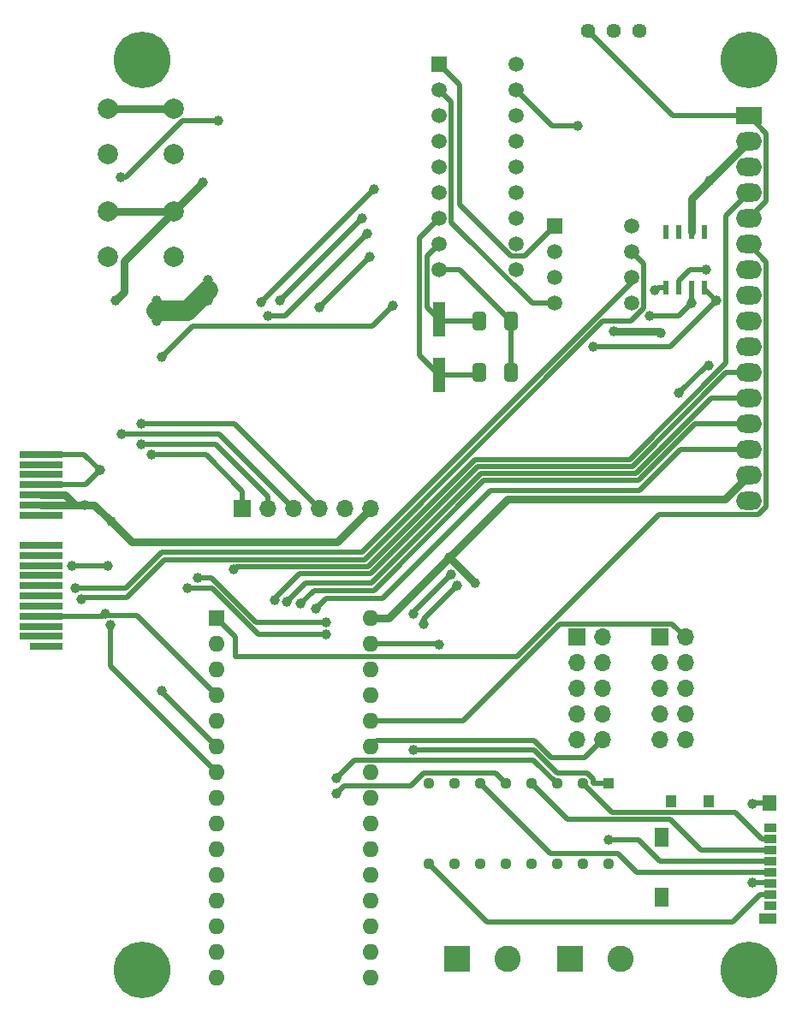
<source format=gbr>
%TF.GenerationSoftware,KiCad,Pcbnew,7.0.7*%
%TF.CreationDate,2024-11-29T17:50:20-06:00*%
%TF.ProjectId,DAQ Rev 2,44415120-5265-4762-9032-2e6b69636164,rev?*%
%TF.SameCoordinates,Original*%
%TF.FileFunction,Copper,L1,Top*%
%TF.FilePolarity,Positive*%
%FSLAX46Y46*%
G04 Gerber Fmt 4.6, Leading zero omitted, Abs format (unit mm)*
G04 Created by KiCad (PCBNEW 7.0.7) date 2024-11-29 17:50:20*
%MOMM*%
%LPD*%
G01*
G04 APERTURE LIST*
G04 Aperture macros list*
%AMRoundRect*
0 Rectangle with rounded corners*
0 $1 Rounding radius*
0 $2 $3 $4 $5 $6 $7 $8 $9 X,Y pos of 4 corners*
0 Add a 4 corners polygon primitive as box body*
4,1,4,$2,$3,$4,$5,$6,$7,$8,$9,$2,$3,0*
0 Add four circle primitives for the rounded corners*
1,1,$1+$1,$2,$3*
1,1,$1+$1,$4,$5*
1,1,$1+$1,$6,$7*
1,1,$1+$1,$8,$9*
0 Add four rect primitives between the rounded corners*
20,1,$1+$1,$2,$3,$4,$5,0*
20,1,$1+$1,$4,$5,$6,$7,0*
20,1,$1+$1,$6,$7,$8,$9,0*
20,1,$1+$1,$8,$9,$2,$3,0*%
G04 Aperture macros list end*
%TA.AperFunction,ComponentPad*%
%ADD10C,5.600000*%
%TD*%
%TA.AperFunction,ComponentPad*%
%ADD11R,1.600000X1.600000*%
%TD*%
%TA.AperFunction,ComponentPad*%
%ADD12O,1.600000X1.600000*%
%TD*%
%TA.AperFunction,ComponentPad*%
%ADD13R,1.700000X1.700000*%
%TD*%
%TA.AperFunction,ComponentPad*%
%ADD14O,1.700000X1.700000*%
%TD*%
%TA.AperFunction,SMDPad,CuDef*%
%ADD15RoundRect,0.250000X0.412500X0.650000X-0.412500X0.650000X-0.412500X-0.650000X0.412500X-0.650000X0*%
%TD*%
%TA.AperFunction,SMDPad,CuDef*%
%ADD16R,0.533400X1.460500*%
%TD*%
%TA.AperFunction,ComponentPad*%
%ADD17C,2.000000*%
%TD*%
%TA.AperFunction,ComponentPad*%
%ADD18R,1.130000X1.130000*%
%TD*%
%TA.AperFunction,ComponentPad*%
%ADD19C,1.130000*%
%TD*%
%TA.AperFunction,ComponentPad*%
%ADD20R,1.498600X1.498600*%
%TD*%
%TA.AperFunction,ComponentPad*%
%ADD21C,1.498600*%
%TD*%
%TA.AperFunction,SMDPad,CuDef*%
%ADD22R,1.143000X0.812800*%
%TD*%
%TA.AperFunction,SMDPad,CuDef*%
%ADD23R,1.041400X1.244600*%
%TD*%
%TA.AperFunction,SMDPad,CuDef*%
%ADD24R,1.397000X1.600200*%
%TD*%
%TA.AperFunction,SMDPad,CuDef*%
%ADD25R,1.780600X1.030600*%
%TD*%
%TA.AperFunction,SMDPad,CuDef*%
%ADD26R,1.397000X1.955800*%
%TD*%
%TA.AperFunction,ComponentPad*%
%ADD27C,1.440000*%
%TD*%
%TA.AperFunction,ComponentPad*%
%ADD28R,2.600000X2.600000*%
%TD*%
%TA.AperFunction,ComponentPad*%
%ADD29C,2.600000*%
%TD*%
%TA.AperFunction,ComponentPad*%
%ADD30R,2.600000X1.800000*%
%TD*%
%TA.AperFunction,ComponentPad*%
%ADD31O,2.600000X1.800000*%
%TD*%
%TA.AperFunction,SMDPad,CuDef*%
%ADD32R,1.200000X3.500000*%
%TD*%
%TA.AperFunction,SMDPad,CuDef*%
%ADD33RoundRect,0.250000X-0.412500X-0.650000X0.412500X-0.650000X0.412500X0.650000X-0.412500X0.650000X0*%
%TD*%
%TA.AperFunction,ConnectorPad*%
%ADD34R,3.200000X0.700000*%
%TD*%
%TA.AperFunction,ConnectorPad*%
%ADD35R,4.300000X0.700000*%
%TD*%
%TA.AperFunction,ViaPad*%
%ADD36C,1.000000*%
%TD*%
%TA.AperFunction,Conductor*%
%ADD37C,0.500000*%
%TD*%
%TA.AperFunction,Conductor*%
%ADD38C,2.000000*%
%TD*%
%TA.AperFunction,Conductor*%
%ADD39C,0.750000*%
%TD*%
G04 APERTURE END LIST*
D10*
%TO.P,H1,1*%
%TO.N,N/C*%
X127600000Y-44800000D03*
%TD*%
%TO.P,H2,1*%
%TO.N,N/C*%
X187600000Y-44800000D03*
%TD*%
%TO.P,H3,1*%
%TO.N,N/C*%
X127600000Y-134800000D03*
%TD*%
%TO.P,H4,1*%
%TO.N,N/C*%
X187600000Y-134800000D03*
%TD*%
D11*
%TO.P,A1,1,D1/TX*%
%TO.N,/E*%
X135000000Y-100000000D03*
D12*
%TO.P,A1,2,D0/RX*%
%TO.N,/RS*%
X135000000Y-102540000D03*
%TO.P,A1,3,~{RESET}*%
%TO.N,unconnected-(A1-~{RESET}-Pad3)*%
X135000000Y-105080000D03*
%TO.P,A1,4,GND*%
%TO.N,GND*%
X135000000Y-107620000D03*
%TO.P,A1,5,D2*%
%TO.N,/CAN_CS*%
X135000000Y-110160000D03*
%TO.P,A1,6,D3*%
%TO.N,/INT*%
X135000000Y-112700000D03*
%TO.P,A1,7,D4*%
%TO.N,/SYNC*%
X135000000Y-115240000D03*
%TO.P,A1,8,D5*%
%TO.N,/DB4*%
X135000000Y-117780000D03*
%TO.P,A1,9,D6*%
%TO.N,/DB5*%
X135000000Y-120320000D03*
%TO.P,A1,10,D7*%
%TO.N,/DB6*%
X135000000Y-122860000D03*
%TO.P,A1,11,D8*%
%TO.N,/DB7*%
X135000000Y-125400000D03*
%TO.P,A1,12,D9*%
%TO.N,/D9*%
X135000000Y-127940000D03*
%TO.P,A1,13,D10*%
%TO.N,/SS*%
X135000000Y-130480000D03*
%TO.P,A1,14,D11*%
%TO.N,/MOSI*%
X135000000Y-133020000D03*
%TO.P,A1,15,D12*%
%TO.N,/MISO*%
X135000000Y-135560000D03*
%TO.P,A1,16,D13*%
%TO.N,/SCK*%
X150240000Y-135560000D03*
%TO.P,A1,17,3V3*%
%TO.N,+3.3V*%
X150240000Y-133020000D03*
%TO.P,A1,18,AREF*%
%TO.N,unconnected-(A1-AREF-Pad18)*%
X150240000Y-130480000D03*
%TO.P,A1,19,A0*%
%TO.N,unconnected-(A1-A0-Pad19)*%
X150240000Y-127940000D03*
%TO.P,A1,20,A1*%
%TO.N,/Sw 1*%
X150240000Y-125400000D03*
%TO.P,A1,21,A2*%
%TO.N,/Sw 2*%
X150240000Y-122860000D03*
%TO.P,A1,22,A3*%
%TO.N,unconnected-(A1-A3-Pad22)*%
X150240000Y-120320000D03*
%TO.P,A1,23,A4*%
%TO.N,/I2C_DAT*%
X150240000Y-117780000D03*
%TO.P,A1,24,A5*%
%TO.N,/I2C_CLK*%
X150240000Y-115240000D03*
%TO.P,A1,25,A6*%
%TO.N,/Conn_1*%
X150240000Y-112700000D03*
%TO.P,A1,26,A7*%
%TO.N,/Conn_2*%
X150240000Y-110160000D03*
%TO.P,A1,27,+5V*%
%TO.N,+5V*%
X150240000Y-107620000D03*
%TO.P,A1,28,~{RESET}*%
%TO.N,unconnected-(A1-~{RESET}-Pad28)*%
X150240000Y-105080000D03*
%TO.P,A1,29,GND*%
%TO.N,GND*%
X150240000Y-102540000D03*
%TO.P,A1,30,VIN*%
%TO.N,+5V*%
X150240000Y-100000000D03*
%TD*%
D13*
%TO.P,J5,1,Pin_1*%
%TO.N,Net-(J5-Pin_1)*%
X170600000Y-101859000D03*
D14*
%TO.P,J5,2,Pin_2*%
%TO.N,/Conn_1*%
X173140000Y-101859000D03*
%TO.P,J5,3,Pin_3*%
%TO.N,Net-(J5-Pin_3)*%
X170600000Y-104399000D03*
%TO.P,J5,4,Pin_4*%
%TO.N,/Conn_1*%
X173140000Y-104399000D03*
%TO.P,J5,5,Pin_5*%
%TO.N,Net-(J5-Pin_5)*%
X170600000Y-106939000D03*
%TO.P,J5,6,Pin_6*%
%TO.N,/Conn_1*%
X173140000Y-106939000D03*
%TO.P,J5,7,Pin_7*%
%TO.N,Net-(J5-Pin_7)*%
X170600000Y-109479000D03*
%TO.P,J5,8,Pin_8*%
%TO.N,/Conn_1*%
X173140000Y-109479000D03*
%TO.P,J5,9,Pin_9*%
%TO.N,Net-(J5-Pin_9)*%
X170600000Y-112019000D03*
%TO.P,J5,10,Pin_10*%
%TO.N,/Conn_1*%
X173140000Y-112019000D03*
%TD*%
D15*
%TO.P,C7,1*%
%TO.N,GND*%
X164122500Y-75692000D03*
%TO.P,C7,2*%
%TO.N,Net-(C7-Pad2)*%
X160997500Y-75692000D03*
%TD*%
D16*
%TO.P,U7,1,32KHZ*%
%TO.N,unconnected-(U7-32KHZ-Pad1)*%
X183261000Y-61791850D03*
%TO.P,U7,2,VCC*%
%TO.N,+5V*%
X181991000Y-61791850D03*
%TO.P,U7,3,\u002AINT/SQW*%
%TO.N,unconnected-(U7-\u002AINT{slash}SQW-Pad3)*%
X180721000Y-61791850D03*
%TO.P,U7,4,\u002ARST*%
%TO.N,unconnected-(U7-\u002ARST-Pad4)*%
X179451000Y-61791850D03*
%TO.P,U7,5,GND*%
%TO.N,GND*%
X179451000Y-67240150D03*
%TO.P,U7,6,VBAT*%
%TO.N,Net-(BT2-+)*%
X180721000Y-67240150D03*
%TO.P,U7,7,SDA*%
%TO.N,/I2C_DAT*%
X181991000Y-67240150D03*
%TO.P,U7,8,SCL*%
%TO.N,/I2C_CLK*%
X183261000Y-67240150D03*
%TD*%
D13*
%TO.P,Pmod1,1,CS*%
%TO.N,/D9*%
X137541000Y-89154000D03*
D14*
%TO.P,Pmod1,2,MOSI*%
%TO.N,/MOSI*%
X140081000Y-89154000D03*
%TO.P,Pmod1,3,MISO*%
%TO.N,/MISO*%
X142621000Y-89154000D03*
%TO.P,Pmod1,4,SCK*%
%TO.N,/SCK*%
X145161000Y-89154000D03*
%TO.P,Pmod1,5,GND*%
%TO.N,GND*%
X147701000Y-89154000D03*
%TO.P,Pmod1,6,VCC*%
%TO.N,+5V*%
X150241000Y-89154000D03*
%TD*%
D17*
%TO.P,SW2,1,1*%
%TO.N,/Sw 2*%
X130758000Y-54066000D03*
X124258000Y-54066000D03*
%TO.P,SW2,2,2*%
%TO.N,+5V*%
X130758000Y-49566000D03*
X124258000Y-49566000D03*
%TD*%
D18*
%TO.P,U1,1,VCC*%
%TO.N,+3.3V*%
X173736000Y-116332000D03*
D19*
%TO.P,U1,2,1Y*%
%TO.N,/SS_3.3*%
X171196000Y-116332000D03*
%TO.P,U1,3,1A*%
%TO.N,/SS*%
X168656000Y-116332000D03*
%TO.P,U1,4,2Y*%
%TO.N,/MOSI_3.3*%
X166116000Y-116332000D03*
%TO.P,U1,5,2A*%
%TO.N,/MOSI*%
X163576000Y-116332000D03*
%TO.P,U1,6,3Y*%
%TO.N,/SCK_3.3*%
X161036000Y-116332000D03*
%TO.P,U1,7,3A*%
%TO.N,/SCK*%
X158496000Y-116332000D03*
%TO.P,U1,8,GND*%
%TO.N,GND*%
X155956000Y-116332000D03*
%TO.P,U1,9,4A*%
%TO.N,/MISO_3.3*%
X155956000Y-124272000D03*
%TO.P,U1,10,4Y*%
%TO.N,/MISO*%
X158496000Y-124272000D03*
%TO.P,U1,11,5A*%
%TO.N,unconnected-(U1-5A-Pad11)*%
X161036000Y-124272000D03*
%TO.P,U1,12,5Y*%
%TO.N,unconnected-(U1-5Y-Pad12)*%
X163576000Y-124272000D03*
%TO.P,U1,13*%
%TO.N,N/C*%
X166116000Y-124272000D03*
%TO.P,U1,14,6A*%
%TO.N,unconnected-(U1-6A-Pad14)*%
X168656000Y-124272000D03*
%TO.P,U1,15,6Y*%
%TO.N,unconnected-(U1-6Y-Pad15)*%
X171196000Y-124272000D03*
%TO.P,U1,16*%
%TO.N,N/C*%
X173736000Y-124272000D03*
%TD*%
D20*
%TO.P,U2,1,TXD*%
%TO.N,/CANTX*%
X168402000Y-61214000D03*
D21*
%TO.P,U2,2,VSS*%
%TO.N,GND*%
X168402000Y-63754000D03*
%TO.P,U2,3,VDD*%
%TO.N,+5V*%
X168402000Y-66294000D03*
%TO.P,U2,4,RXD*%
%TO.N,/CANRX*%
X168402000Y-68834000D03*
%TO.P,U2,5,SPLIT*%
%TO.N,unconnected-(U2-SPLIT-Pad5)*%
X176022000Y-68834000D03*
%TO.P,U2,6,CANL*%
%TO.N,/CANL*%
X176022000Y-66294000D03*
%TO.P,U2,7,CANH*%
%TO.N,/CANH*%
X176022000Y-63754000D03*
%TO.P,U2,8,STBY*%
%TO.N,Net-(U2-STBY)*%
X176022000Y-61214000D03*
%TD*%
D22*
%TO.P,J2,1,DAT2*%
%TO.N,unconnected-(J2-DAT2-Pad1)*%
X189792000Y-120745001D03*
%TO.P,J2,2,DAT3/CD*%
%TO.N,/SS_3.3*%
X189792000Y-121845001D03*
%TO.P,J2,3,CMD*%
%TO.N,/MOSI_3.3*%
X189792000Y-122945002D03*
%TO.P,J2,4,VDD*%
%TO.N,+3.3V*%
X189792000Y-124045002D03*
%TO.P,J2,5,CLK*%
%TO.N,/SCK_3.3*%
X189792000Y-125145002D03*
%TO.P,J2,6,VSS*%
%TO.N,GND*%
X189792000Y-126245003D03*
%TO.P,J2,7,DAT0*%
%TO.N,/MISO_3.3*%
X189792000Y-127345000D03*
%TO.P,J2,8,DAT1*%
%TO.N,unconnected-(J2-DAT1-Pad8)*%
X189792000Y-128445001D03*
D23*
%TO.P,J2,9,DET_B*%
%TO.N,unconnected-(J2-DET_B-Pad9)*%
X183642000Y-118110000D03*
%TO.P,J2,10,DET_A*%
%TO.N,unconnected-(J2-DET_A-Pad10)*%
X179942000Y-118110000D03*
D24*
%TO.P,J2,11,SHIELD*%
%TO.N,GND*%
X189666999Y-118285001D03*
D25*
%TO.P,J2,12*%
%TO.N,N/C*%
X189478800Y-129699301D03*
D26*
%TO.P,J2,13*%
X178967000Y-127579991D03*
%TO.P,J2,14*%
X178967000Y-121609990D03*
%TD*%
D27*
%TO.P,RV1,1,1*%
%TO.N,+5V*%
X176784000Y-41910000D03*
%TO.P,RV1,2,2*%
%TO.N,Net-(U4-VO)*%
X174244000Y-41910000D03*
%TO.P,RV1,3,3*%
%TO.N,GND*%
X171704000Y-41910000D03*
%TD*%
D28*
%TO.P,J4,1,Pin_1*%
%TO.N,GND*%
X169966000Y-133655000D03*
D29*
%TO.P,J4,2,Pin_2*%
%TO.N,/Conn_2*%
X174966000Y-133655000D03*
%TD*%
D20*
%TO.P,U6,1*%
%TO.N,/CANTX*%
X156972000Y-45212000D03*
D21*
%TO.P,U6,2*%
%TO.N,/CANRX*%
X156972000Y-47752000D03*
%TO.P,U6,3*%
%TO.N,unconnected-(U6-Pad3)*%
X156972000Y-50292000D03*
%TO.P,U6,4*%
%TO.N,unconnected-(U6-Pad4)*%
X156972000Y-52832000D03*
%TO.P,U6,5*%
%TO.N,unconnected-(U6-Pad5)*%
X156972000Y-55372000D03*
%TO.P,U6,6*%
%TO.N,unconnected-(U6-Pad6)*%
X156972000Y-57912000D03*
%TO.P,U6,7*%
%TO.N,Net-(C7-Pad2)*%
X156972000Y-60452000D03*
%TO.P,U6,8*%
%TO.N,Net-(C5-Pad1)*%
X156972000Y-62992000D03*
%TO.P,U6,9*%
%TO.N,GND*%
X156972000Y-65532000D03*
%TO.P,U6,10*%
%TO.N,unconnected-(U6-Pad10)*%
X164592000Y-65532000D03*
%TO.P,U6,11*%
%TO.N,unconnected-(U6-Pad11)*%
X164592000Y-62992000D03*
%TO.P,U6,12*%
%TO.N,/INT*%
X164592000Y-60452000D03*
%TO.P,U6,13*%
%TO.N,/SCK*%
X164592000Y-57912000D03*
%TO.P,U6,14*%
%TO.N,/MOSI*%
X164592000Y-55372000D03*
%TO.P,U6,15*%
%TO.N,/MISO*%
X164592000Y-52832000D03*
%TO.P,U6,16*%
%TO.N,/CAN_CS*%
X164592000Y-50292000D03*
%TO.P,U6,17*%
%TO.N,Net-(R16-Pad1)*%
X164592000Y-47752000D03*
%TO.P,U6,18*%
%TO.N,+5V*%
X164592000Y-45212000D03*
%TD*%
D17*
%TO.P,SW1,1,1*%
%TO.N,/Sw 1*%
X130758000Y-64226000D03*
X124258000Y-64226000D03*
%TO.P,SW1,2,2*%
%TO.N,+5V*%
X130758000Y-59726000D03*
X124258000Y-59726000D03*
%TD*%
D28*
%TO.P,J3,1,Pin_1*%
%TO.N,GND*%
X158790000Y-133655000D03*
D29*
%TO.P,J3,2,Pin_2*%
%TO.N,/Conn_1*%
X163790000Y-133655000D03*
%TD*%
D30*
%TO.P,U4,1,VSS*%
%TO.N,GND*%
X187600000Y-50299100D03*
D31*
%TO.P,U4,2,VDD*%
%TO.N,+5V*%
X187600000Y-52839100D03*
%TO.P,U4,3,VO*%
%TO.N,Net-(U4-VO)*%
X187600000Y-55379100D03*
%TO.P,U4,4,RS*%
%TO.N,/RS*%
X187600000Y-57919100D03*
%TO.P,U4,5,R/~{W}*%
%TO.N,GND*%
X187600000Y-60459100D03*
%TO.P,U4,6,E*%
%TO.N,/E*%
X187600000Y-62999100D03*
%TO.P,U4,7,DB0*%
%TO.N,unconnected-(U4-DB0-Pad7)*%
X187600000Y-65539100D03*
%TO.P,U4,8,DB1*%
%TO.N,unconnected-(U4-DB1-Pad8)*%
X187600000Y-68079100D03*
%TO.P,U4,9,DB2*%
%TO.N,unconnected-(U4-DB2-Pad9)*%
X187600000Y-70619100D03*
%TO.P,U4,10,DB3*%
%TO.N,unconnected-(U4-DB3-Pad10)*%
X187600000Y-73159100D03*
%TO.P,U4,11,DB4*%
%TO.N,/DB4*%
X187600000Y-75699100D03*
%TO.P,U4,12,DB5*%
%TO.N,/DB5*%
X187600000Y-78239100D03*
%TO.P,U4,13,DB6*%
%TO.N,/DB6*%
X187600000Y-80779100D03*
%TO.P,U4,14,DB7*%
%TO.N,/DB7*%
X187600000Y-83319100D03*
%TO.P,U4,15,A/VEE*%
%TO.N,+5V*%
X187600000Y-85859100D03*
%TO.P,U4,16,K*%
%TO.N,GND*%
X187600000Y-88399100D03*
%TD*%
D13*
%TO.P,J6,1,Pin_1*%
%TO.N,Net-(J6-Pin_1)*%
X178811000Y-101859000D03*
D14*
%TO.P,J6,2,Pin_2*%
%TO.N,/Conn_2*%
X181351000Y-101859000D03*
%TO.P,J6,3,Pin_3*%
%TO.N,Net-(J6-Pin_3)*%
X178811000Y-104399000D03*
%TO.P,J6,4,Pin_4*%
%TO.N,/Conn_2*%
X181351000Y-104399000D03*
%TO.P,J6,5,Pin_5*%
%TO.N,Net-(J6-Pin_5)*%
X178811000Y-106939000D03*
%TO.P,J6,6,Pin_6*%
%TO.N,/Conn_2*%
X181351000Y-106939000D03*
%TO.P,J6,7,Pin_7*%
%TO.N,Net-(J6-Pin_7)*%
X178811000Y-109479000D03*
%TO.P,J6,8,Pin_8*%
%TO.N,/Conn_2*%
X181351000Y-109479000D03*
%TO.P,J6,9,Pin_9*%
%TO.N,Net-(J6-Pin_9)*%
X178811000Y-112019000D03*
%TO.P,J6,10,Pin_10*%
%TO.N,/Conn_2*%
X181351000Y-112019000D03*
%TD*%
D32*
%TO.P,Y2,1,1*%
%TO.N,Net-(C5-Pad1)*%
X156972000Y-70402000D03*
%TO.P,Y2,2,2*%
%TO.N,Net-(C7-Pad2)*%
X156972000Y-75902000D03*
%TD*%
D33*
%TO.P,C5,1*%
%TO.N,Net-(C5-Pad1)*%
X160997500Y-70612000D03*
%TO.P,C5,2*%
%TO.N,GND*%
X164122500Y-70612000D03*
%TD*%
D34*
%TO.P,J1,A1,A1*%
%TO.N,unconnected-(J1-PadA1)*%
X118130000Y-102770000D03*
D35*
%TO.P,J1,A2,A2*%
%TO.N,unconnected-(J1-PadA2)*%
X117580000Y-101770000D03*
%TO.P,J1,A3,A3*%
%TO.N,unconnected-(J1-PadA3)*%
X117580000Y-100770000D03*
%TO.P,J1,A4,A4*%
%TO.N,GND*%
X117580000Y-99770000D03*
%TO.P,J1,A5,A5*%
%TO.N,unconnected-(J1-PadA5)*%
X117580000Y-98770000D03*
%TO.P,J1,A6,A6*%
%TO.N,unconnected-(J1-PadA6)*%
X117580000Y-97770000D03*
%TO.P,J1,A7,A7*%
%TO.N,unconnected-(J1-PadA7)*%
X117580000Y-96770000D03*
%TO.P,J1,A8,A8*%
%TO.N,unconnected-(J1-PadA8)*%
X117580000Y-95770000D03*
%TO.P,J1,A9,A9*%
%TO.N,unconnected-(J1-PadA9)*%
X117580000Y-94770000D03*
%TO.P,J1,A10,A10*%
%TO.N,unconnected-(J1-PadA10)*%
X117580000Y-93770000D03*
%TO.P,J1,A11,A11*%
%TO.N,unconnected-(J1-PadA11)*%
X117580000Y-92770000D03*
%TO.P,J1,A12,A12*%
%TO.N,unconnected-(J1-PadA12)*%
X117580000Y-89770000D03*
%TO.P,J1,A13,A13*%
%TO.N,+5V*%
X117580000Y-88770000D03*
%TO.P,J1,A14,A14*%
X117580000Y-87770000D03*
%TO.P,J1,A15,A15*%
%TO.N,GND*%
X117580000Y-86770000D03*
%TO.P,J1,A16,A16*%
%TO.N,unconnected-(J1-PadA16)*%
X117580000Y-85770000D03*
%TO.P,J1,A17,A17*%
%TO.N,unconnected-(J1-PadA17)*%
X117580000Y-84770000D03*
%TO.P,J1,A18,A18*%
%TO.N,GND*%
X117580000Y-83770000D03*
%TD*%
D36*
%TO.N,GND*%
X134112000Y-68580000D03*
X125476000Y-56388000D03*
X134112000Y-66548000D03*
X134112000Y-67564000D03*
X123952000Y-99568000D03*
X187960000Y-118364000D03*
X129032000Y-70612000D03*
X129032000Y-69596000D03*
X135128000Y-50800000D03*
X156972000Y-102616000D03*
X123444000Y-85344000D03*
X187960000Y-126094502D03*
X178308000Y-67564000D03*
X129032000Y-68580000D03*
%TO.N,/RS*%
X136652500Y-95121500D03*
%TO.N,+5V*%
X160528000Y-96520000D03*
X178890000Y-71728000D03*
X174244000Y-71628000D03*
X121920000Y-88770000D03*
X124526500Y-90424000D03*
X124968000Y-68580000D03*
X183719550Y-56719550D03*
X133604000Y-56896000D03*
X157988000Y-93980000D03*
%TO.N,/I2C_CLK*%
X184404000Y-68580000D03*
X172212000Y-73152000D03*
X158159658Y-95675658D03*
X154490000Y-99568000D03*
%TO.N,/I2C_DAT*%
X177800000Y-70104000D03*
X181991000Y-68767500D03*
X158750000Y-96774000D03*
X155448000Y-100584000D03*
%TO.N,/SYNC*%
X124234000Y-94770000D03*
X124488434Y-100640868D03*
X120678000Y-94770000D03*
%TO.N,/DB4*%
X140736972Y-98145183D03*
%TO.N,/DB5*%
X141915503Y-98368497D03*
%TO.N,/DB6*%
X143257150Y-98550850D03*
%TO.N,/DB7*%
X144780000Y-99060000D03*
%TO.N,/INT*%
X152400000Y-69088000D03*
X129540000Y-107188000D03*
X129540000Y-74168000D03*
%TO.N,/SS*%
X146812000Y-115824000D03*
%TO.N,/MOSI*%
X140081000Y-70104000D03*
X149860000Y-61976000D03*
X127508000Y-82804000D03*
X146812000Y-117348000D03*
%TO.N,/MISO*%
X149352000Y-60452000D03*
X141224000Y-68580000D03*
X125608500Y-81788000D03*
%TO.N,/SCK*%
X145161000Y-69215000D03*
X127508000Y-80772000D03*
X150114000Y-64262000D03*
%TO.N,+3.3V*%
X154432000Y-113040500D03*
X173736000Y-121920000D03*
%TO.N,/Sw 1*%
X132080000Y-97028000D03*
X145796000Y-101600000D03*
%TO.N,/Sw 2*%
X145796000Y-100400497D03*
X133096000Y-96012000D03*
%TO.N,/CAN_CS*%
X150535967Y-57571967D03*
X139359967Y-68747967D03*
%TO.N,/D9*%
X128524000Y-83820000D03*
%TO.N,/CANH*%
X121559652Y-98073691D03*
%TO.N,/CANL*%
X120972000Y-97028000D03*
%TO.N,Net-(R16-Pad1)*%
X170688000Y-51308000D03*
%TO.N,Net-(BT2-+)*%
X183626787Y-74945213D03*
X183388000Y-65532000D03*
X180721000Y-77724000D03*
%TD*%
D37*
%TO.N,/E*%
X178776353Y-89749100D02*
X188559188Y-89749100D01*
X136810000Y-103790000D02*
X164735453Y-103790000D01*
X164735453Y-103790000D02*
X178776353Y-89749100D01*
X135000000Y-100000000D02*
X136810000Y-101810000D01*
X136810000Y-101810000D02*
X136810000Y-103790000D01*
X189350000Y-88958288D02*
X189350000Y-64749100D01*
X189350000Y-64749100D02*
X187600000Y-62999100D01*
X188559188Y-89749100D02*
X189350000Y-88958288D01*
%TO.N,GND*%
X123444000Y-85344000D02*
X122018000Y-86770000D01*
X188038999Y-118285001D02*
X187960000Y-118364000D01*
X123952000Y-99568000D02*
X123948994Y-99568000D01*
X178631850Y-67240150D02*
X178308000Y-67564000D01*
X159042500Y-65532000D02*
X164122500Y-70612000D01*
X123444000Y-85344000D02*
X121870000Y-83770000D01*
X127070868Y-99690868D02*
X135000000Y-107620000D01*
X124074868Y-99690868D02*
X127070868Y-99690868D01*
X187960000Y-126094502D02*
X189641499Y-126094502D01*
D38*
X129032000Y-69596000D02*
X132080000Y-69596000D01*
D37*
X121870000Y-83770000D02*
X117580000Y-83770000D01*
X156972000Y-65532000D02*
X159042500Y-65532000D01*
X125986610Y-56388000D02*
X131574610Y-50800000D01*
X189641499Y-126094502D02*
X189792000Y-126245003D01*
X189666999Y-118285001D02*
X188038999Y-118285001D01*
X131574610Y-50800000D02*
X135128000Y-50800000D01*
X123952000Y-99568000D02*
X124074868Y-99690868D01*
X187600000Y-50299100D02*
X180093100Y-50299100D01*
X189350000Y-52049100D02*
X189350000Y-58709100D01*
X180093100Y-50299100D02*
X171704000Y-41910000D01*
X123750000Y-99770000D02*
X117580000Y-99770000D01*
X122018000Y-86770000D02*
X117580000Y-86770000D01*
X189350000Y-58709100D02*
X187600000Y-60459100D01*
X164122500Y-70612000D02*
X164122500Y-75692000D01*
X150240000Y-102540000D02*
X156896000Y-102540000D01*
X156896000Y-102540000D02*
X156972000Y-102616000D01*
X179451000Y-67240150D02*
X178631850Y-67240150D01*
X123952000Y-99568000D02*
X123750000Y-99770000D01*
X125476000Y-56388000D02*
X125986610Y-56388000D01*
X187600000Y-50299100D02*
X189350000Y-52049100D01*
D38*
X132080000Y-69596000D02*
X134112000Y-67564000D01*
D37*
%TO.N,/RS*%
X160541900Y-84262000D02*
X175834000Y-84262000D01*
X149931898Y-94872000D02*
X160541900Y-84262000D01*
X185354000Y-74742000D02*
X185354000Y-60165100D01*
X136652500Y-95121500D02*
X136902000Y-94872000D01*
X175834000Y-84262000D02*
X185354000Y-74742000D01*
X185354000Y-60165100D02*
X187600000Y-57919100D01*
X136902000Y-94872000D02*
X149931898Y-94872000D01*
D39*
%TO.N,+5V*%
X133604000Y-56896000D02*
X133588000Y-56896000D01*
X181991000Y-61791850D02*
X181991000Y-58448100D01*
X130758000Y-49566000D02*
X124258000Y-49566000D01*
X124968000Y-68580000D02*
X125833000Y-67715000D01*
X178790000Y-71628000D02*
X178890000Y-71728000D01*
X174244000Y-71628000D02*
X178790000Y-71628000D01*
X125833000Y-64651000D02*
X130758000Y-59726000D01*
X181991000Y-58448100D02*
X187600000Y-52839100D01*
X130758000Y-59726000D02*
X124258000Y-59726000D01*
X160528000Y-96520000D02*
X157988000Y-93980000D01*
X121920000Y-88770000D02*
X122872500Y-88770000D01*
X126558500Y-92456000D02*
X146939000Y-92456000D01*
X133588000Y-56896000D02*
X130758000Y-59726000D01*
X117580000Y-87770000D02*
X120000479Y-87770000D01*
X187600000Y-85859100D02*
X185258100Y-88201000D01*
X146939000Y-92456000D02*
X150241000Y-89154000D01*
X120396000Y-88770000D02*
X117580000Y-88770000D01*
X185258100Y-88201000D02*
X163767000Y-88201000D01*
X124526500Y-90424000D02*
X126558500Y-92456000D01*
X150240000Y-100000000D02*
X151968000Y-100000000D01*
X163767000Y-88201000D02*
X157988000Y-93980000D01*
X125833000Y-67715000D02*
X125833000Y-64651000D01*
X122872500Y-88770000D02*
X124526500Y-90424000D01*
X121000479Y-88770000D02*
X120396000Y-88770000D01*
X120000479Y-87770000D02*
X121000479Y-88770000D01*
X120396000Y-88770000D02*
X121920000Y-88770000D01*
X151968000Y-100000000D02*
X157988000Y-93980000D01*
D37*
%TO.N,/I2C_CLK*%
X154490000Y-99568000D02*
X154490000Y-99345316D01*
X184404000Y-68580000D02*
X179832000Y-73152000D01*
X183261000Y-67437000D02*
X184404000Y-68580000D01*
X179832000Y-73152000D02*
X172212000Y-73152000D01*
X154490000Y-99345316D02*
X158159658Y-95675658D01*
X183261000Y-67240150D02*
X183261000Y-67437000D01*
%TO.N,/I2C_DAT*%
X180654500Y-70104000D02*
X181991000Y-68767500D01*
X181991000Y-68767500D02*
X181991000Y-67240150D01*
X177800000Y-70104000D02*
X180654500Y-70104000D01*
X158750000Y-96774000D02*
X155448000Y-100076000D01*
X155448000Y-100076000D02*
X155448000Y-100584000D01*
%TO.N,/SYNC*%
X124488434Y-100640868D02*
X124488434Y-104728434D01*
X120678000Y-94770000D02*
X124234000Y-94770000D01*
X124488434Y-104728434D02*
X135000000Y-115240000D01*
%TO.N,/DB4*%
X140716000Y-98044000D02*
X143188000Y-95572000D01*
X160831850Y-84962000D02*
X176123949Y-84962000D01*
X140716000Y-98124211D02*
X140716000Y-98044000D01*
X140736972Y-98145183D02*
X140716000Y-98124211D01*
X185386849Y-75699100D02*
X187600000Y-75699100D01*
X176123949Y-84962000D02*
X185386849Y-75699100D01*
X150221850Y-95572000D02*
X160831850Y-84962000D01*
X143188000Y-95572000D02*
X150221850Y-95572000D01*
%TO.N,/DB5*%
X176466000Y-85662000D02*
X183888900Y-78239100D01*
X141915503Y-98368497D02*
X143764000Y-96520000D01*
X143764000Y-96520000D02*
X150263800Y-96520000D01*
X161121800Y-85662000D02*
X176466000Y-85662000D01*
X183888900Y-78239100D02*
X187600000Y-78239100D01*
X150263800Y-96520000D02*
X161121800Y-85662000D01*
%TO.N,/DB6*%
X182338850Y-80779100D02*
X187600000Y-80779100D01*
X144588000Y-97220000D02*
X150553749Y-97220000D01*
X176755949Y-86362000D02*
X182338850Y-80779100D01*
X150553749Y-97220000D02*
X161411750Y-86362000D01*
X161411750Y-86362000D02*
X176755949Y-86362000D01*
X143257150Y-98550850D02*
X144588000Y-97220000D01*
%TO.N,/DB7*%
X151384000Y-98044000D02*
X162052000Y-87376000D01*
X176784000Y-87376000D02*
X180848000Y-83312000D01*
X145796000Y-98044000D02*
X151384000Y-98044000D01*
X162052000Y-87376000D02*
X176784000Y-87376000D01*
X180848000Y-83312000D02*
X180855100Y-83319100D01*
X180855100Y-83319100D02*
X187600000Y-83319100D01*
X144780000Y-99060000D02*
X145796000Y-98044000D01*
%TO.N,/INT*%
X129540000Y-107240000D02*
X135000000Y-112700000D01*
X129540000Y-107188000D02*
X129540000Y-107240000D01*
X152400000Y-69088000D02*
X150368000Y-71120000D01*
X150368000Y-71120000D02*
X132588000Y-71120000D01*
X132588000Y-71120000D02*
X129540000Y-74168000D01*
%TO.N,/SS*%
X166314000Y-113990000D02*
X168656000Y-116332000D01*
X148646000Y-113990000D02*
X166314000Y-113990000D01*
X146812000Y-115824000D02*
X148646000Y-113990000D01*
%TO.N,/MOSI*%
X162561000Y-115317000D02*
X163576000Y-116332000D01*
X140081000Y-87951919D02*
X134933081Y-82804000D01*
X140081000Y-89154000D02*
X140081000Y-87951919D01*
X134933081Y-82804000D02*
X127508000Y-82804000D01*
X155447000Y-115317000D02*
X162561000Y-115317000D01*
X146812000Y-117348000D02*
X147630000Y-116530000D01*
X140081000Y-70104000D02*
X141732000Y-70104000D01*
X147630000Y-116530000D02*
X154234000Y-116530000D01*
X154234000Y-116530000D02*
X155447000Y-115317000D01*
X141732000Y-70104000D02*
X149860000Y-61976000D01*
%TO.N,/MISO*%
X149352000Y-60452000D02*
X141224000Y-68580000D01*
X135255000Y-81788000D02*
X142621000Y-89154000D01*
X125608500Y-81788000D02*
X135255000Y-81788000D01*
%TO.N,/SCK*%
X150114000Y-64262000D02*
X145161000Y-69215000D01*
X136779000Y-80772000D02*
X145161000Y-89154000D01*
X127508000Y-80772000D02*
X136779000Y-80772000D01*
%TO.N,+3.3V*%
X189792000Y-124045002D02*
X178825612Y-124045002D01*
X172211000Y-116332000D02*
X173736000Y-116332000D01*
X176700610Y-121920000D02*
X173736000Y-121920000D01*
X154432000Y-113040500D02*
X166380500Y-113040500D01*
X172211000Y-115911573D02*
X172211000Y-116332000D01*
X168657000Y-115317000D02*
X171616427Y-115317000D01*
X178825612Y-124045002D02*
X176700610Y-121920000D01*
X171616427Y-115317000D02*
X172211000Y-115911573D01*
X166380500Y-113040500D02*
X168657000Y-115317000D01*
%TO.N,/Sw 1*%
X139100000Y-101600000D02*
X145796000Y-101600000D01*
X134528000Y-97028000D02*
X139100000Y-101600000D01*
X132080000Y-97028000D02*
X134528000Y-97028000D01*
%TO.N,/Sw 2*%
X134501950Y-96012000D02*
X138890447Y-100400497D01*
X133096000Y-96012000D02*
X134501950Y-96012000D01*
X138890447Y-100400497D02*
X145796000Y-100400497D01*
%TO.N,/Conn_1*%
X166420450Y-112090500D02*
X150849500Y-112090500D01*
X168121950Y-113792000D02*
X166420450Y-112090500D01*
X173140000Y-112019000D02*
X171367000Y-113792000D01*
X171367000Y-113792000D02*
X168121950Y-113792000D01*
X150849500Y-112090500D02*
X150240000Y-112700000D01*
%TO.N,/Conn_2*%
X168956403Y-100559000D02*
X180051000Y-100559000D01*
X150240000Y-110160000D02*
X159355403Y-110160000D01*
X180051000Y-100559000D02*
X181351000Y-101859000D01*
X159355403Y-110160000D02*
X168956403Y-100559000D01*
%TO.N,/CAN_CS*%
X139359967Y-68747967D02*
X150535967Y-57571967D01*
%TO.N,/D9*%
X137541000Y-87429497D02*
X133931503Y-83820000D01*
X133931503Y-83820000D02*
X128524000Y-83820000D01*
X137541000Y-89154000D02*
X137541000Y-87429497D01*
%TO.N,/SS_3.3*%
X186244000Y-119188000D02*
X188901001Y-121845001D01*
X174052000Y-119188000D02*
X186244000Y-119188000D01*
X188901001Y-121845001D02*
X189792000Y-121845001D01*
X171196000Y-116332000D02*
X174052000Y-119188000D01*
%TO.N,/MOSI_3.3*%
X182878412Y-122945002D02*
X179821410Y-119888000D01*
X169672000Y-119888000D02*
X166116000Y-116332000D01*
X189792000Y-122945002D02*
X182878412Y-122945002D01*
X179821410Y-119888000D02*
X169672000Y-119888000D01*
%TO.N,/SCK_3.3*%
X167961000Y-123257000D02*
X174697798Y-123257000D01*
X161036000Y-116332000D02*
X167961000Y-123257000D01*
X174697798Y-123257000D02*
X176585800Y-125145002D01*
X176585800Y-125145002D02*
X189792000Y-125145002D01*
%TO.N,/MISO_3.3*%
X188720500Y-127345000D02*
X186017500Y-130048000D01*
X186017500Y-130048000D02*
X161732000Y-130048000D01*
X189792000Y-127345000D02*
X188720500Y-127345000D01*
X161732000Y-130048000D02*
X155956000Y-124272000D01*
%TO.N,/CANH*%
X177221300Y-69330767D02*
X177221300Y-64953300D01*
X121712337Y-97921006D02*
X126080944Y-97921006D01*
X121559652Y-98073691D02*
X121712337Y-97921006D01*
X149641949Y-94172000D02*
X173201950Y-70612000D01*
X175940067Y-70612000D02*
X177221300Y-69330767D01*
X126080944Y-97921006D02*
X129829950Y-94172000D01*
X173201950Y-70612000D02*
X175940067Y-70612000D01*
X177221300Y-64953300D02*
X176022000Y-63754000D01*
X129829950Y-94172000D02*
X149641949Y-94172000D01*
%TO.N,/CANL*%
X176022000Y-66802000D02*
X176022000Y-66294000D01*
X129540000Y-93472000D02*
X149352000Y-93472000D01*
X120972000Y-97028000D02*
X125984000Y-97028000D01*
X125984000Y-97028000D02*
X129540000Y-93472000D01*
X149352000Y-93472000D02*
X176022000Y-66802000D01*
%TO.N,/CANTX*%
X159004000Y-47244000D02*
X156972000Y-45212000D01*
X164095233Y-64191300D02*
X159004000Y-59100067D01*
X168402000Y-61214000D02*
X165424700Y-64191300D01*
X165424700Y-64191300D02*
X164095233Y-64191300D01*
X159004000Y-59100067D02*
X159004000Y-47244000D01*
%TO.N,/CANRX*%
X158171300Y-48951300D02*
X156972000Y-47752000D01*
X168402000Y-68834000D02*
X166197933Y-68834000D01*
X158171300Y-60807367D02*
X158171300Y-48951300D01*
X166197933Y-68834000D02*
X158171300Y-60807367D01*
%TO.N,Net-(R16-Pad1)*%
X168148000Y-51308000D02*
X170688000Y-51308000D01*
X164592000Y-47752000D02*
X168148000Y-51308000D01*
%TO.N,Net-(C5-Pad1)*%
X156972000Y-70402000D02*
X155772700Y-69202700D01*
X157182000Y-70612000D02*
X156972000Y-70402000D01*
X160997500Y-70612000D02*
X157182000Y-70612000D01*
X155772700Y-69202700D02*
X155772700Y-64191300D01*
X155772700Y-64191300D02*
X156972000Y-62992000D01*
%TO.N,Net-(C7-Pad2)*%
X156972000Y-75902000D02*
X155072700Y-74002700D01*
X156972000Y-75902000D02*
X160787500Y-75902000D01*
X155072700Y-74002700D02*
X155072700Y-62351300D01*
X155072700Y-62351300D02*
X156972000Y-60452000D01*
X160787500Y-75902000D02*
X160997500Y-75692000D01*
%TO.N,Net-(BT2-+)*%
X180721000Y-67240150D02*
X180721000Y-66613200D01*
X183626787Y-74945213D02*
X183499787Y-74945213D01*
X180721000Y-66613200D02*
X181802200Y-65532000D01*
X183499787Y-74945213D02*
X180721000Y-77724000D01*
X181802200Y-65532000D02*
X183388000Y-65532000D01*
%TD*%
M02*

</source>
